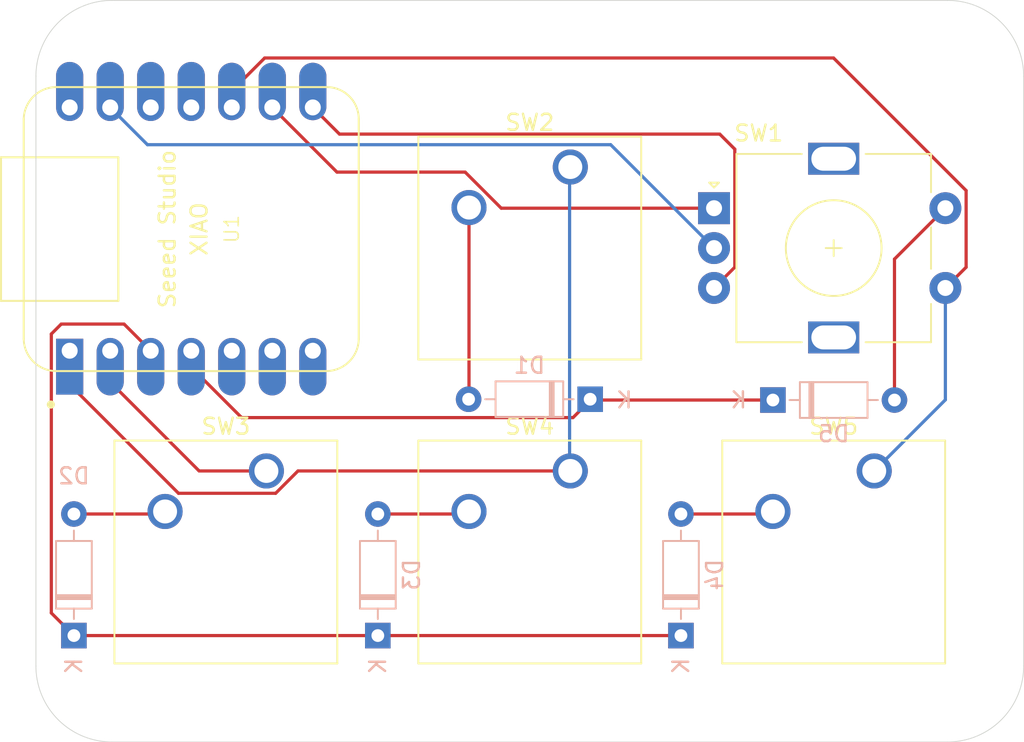
<source format=kicad_pcb>
(kicad_pcb (version 20240108) (generator "pcbnew") (generator_version "8.0")
  (layers (0 "F.Cu" signal) (31 "B.Cu" signal) (34 "B.Paste" user) (35 "F.Paste" user) (36 "B.SilkS" user "B.Silkscreen") (37 "F.SilkS" user "F.Silkscreen") (38 "B.Mask" user) (39 "F.Mask" user) (44 "Edge.Cuts" user))
  (net 0 "")
  (net 1 "GND")
  (net 2 "ROW0")
  (net 3 "Net-(D1-A)")
  (net 4 "ROW1")
  (net 5 "Net-(D2-A)")
  (net 7 "Net-(D3-A)")
  (net 8 "Net-(D4-A)")
  (net 9 "EC11SWA")
  (net 10 "VCC")
  (net 12 "EC11B")
  (net 13 "COL2")
  (net 14 "EC11A")
  (net 15 "COL0")
  (net 16 "COL1")
  (footprint "Button_Switch_Keyboard:SW_Cherry_MX_1.00u_PCB" (layer "F.Cu") (at 108.585 69.215)
    (property "Reference" "SW2" (at -2.54 -2.794 0) (layer "F.SilkS"))
    (property "Value" "SW_Push_45deg")
    (fp_line (start -9.525 -1.905) (end 4.445 -1.905) (stroke (width 0.12)) (layer "F.SilkS"))
    (fp_line (start -9.525 12.065) (end -9.525 -1.905) (stroke (width 0.12)) (layer "F.SilkS"))
    (fp_line (start 4.445 -1.905) (end 4.445 12.065) (stroke (width 0.12)) (layer "F.SilkS"))
    (fp_line (start 4.445 12.065) (end -9.525 12.065) (stroke (width 0.12)) (layer "F.SilkS"))
    (pad "" np_thru_hole circle (at -7.62 5.08) (size 1.7 1.7) (drill 1.7) (layers "*.Cu" "*.Mask"))
    (pad "" np_thru_hole circle (at -2.54 5.08) (size 4 4) (drill 4) (layers "*.Cu" "*.Mask"))
    (pad "" np_thru_hole circle (at 2.54 5.08) (size 1.7 1.7) (drill 1.7) (layers "*.Cu" "*.Mask"))
    (pad "1" thru_hole circle (at 0 0) (size 2.2 2.2) (drill 1.5) (layers "*.Cu" "*.Mask") (net 16 "COL1"))
    (pad "2" thru_hole circle (at -6.35 2.54) (size 2.2 2.2) (drill 1.5) (layers "*.Cu" "*.Mask") (net 3 "Net-(D1-A)"))
  )
  (footprint "Rotary_Encoder:RotaryEncoder_Alps_EC11E-Switch_Vertical_H20mm" (layer "F.Cu") (at 117.595 71.795)
    (property "Reference" "SW1" (at 2.8 -4.7 0) (layer "F.SilkS"))
    (property "Value" "RotaryEncoder_Switch")
    (fp_line (start -0.3 -1.6) (end 0.3 -1.6) (stroke (width 0.12)) (layer "F.SilkS"))
    (fp_line (start 0 -1.3) (end -0.3 -1.6) (stroke (width 0.12)) (layer "F.SilkS"))
    (fp_line (start 0.3 -1.6) (end 0 -1.3) (stroke (width 0.12)) (layer "F.SilkS"))
    (fp_line (start 1.4 -3.4) (end 1.4 8.4) (stroke (width 0.12)) (layer "F.SilkS"))
    (fp_line (start 5.5 -3.4) (end 1.4 -3.4) (stroke (width 0.12)) (layer "F.SilkS"))
    (fp_line (start 5.5 8.4) (end 1.4 8.4) (stroke (width 0.12)) (layer "F.SilkS"))
    (fp_line (start 7 2.5) (end 8 2.5) (stroke (width 0.12)) (layer "F.SilkS"))
    (fp_line (start 7.5 2) (end 7.5 3) (stroke (width 0.12)) (layer "F.SilkS"))
    (fp_line (start 9.5 -3.4) (end 13.6 -3.4) (stroke (width 0.12)) (layer "F.SilkS"))
    (fp_line (start 13.6 -3.4) (end 13.6 -1) (stroke (width 0.12)) (layer "F.SilkS"))
    (fp_line (start 13.6 1.2) (end 13.6 3.8) (stroke (width 0.12)) (layer "F.SilkS"))
    (fp_line (start 13.6 6) (end 13.6 8.4) (stroke (width 0.12)) (layer "F.SilkS"))
    (fp_line (start 13.6 8.4) (end 9.5 8.4) (stroke (width 0.12)) (layer "F.SilkS"))
    (fp_circle (center 7.5 2.5) (end 10.5 2.5) (stroke (width 0.12)) (fill none) (layer "F.SilkS"))
    (pad "A" thru_hole rect (at 0 0) (size 2 2) (drill 1) (layers "*.Cu" "*.Mask") (net 14 "EC11A"))
    (pad "B" thru_hole circle (at 0 5) (size 2 2) (drill 1) (layers "*.Cu" "*.Mask") (net 12 "EC11B"))
    (pad "C" thru_hole circle (at 0 2.5) (size 2 2) (drill 1) (layers "*.Cu" "*.Mask") (net 1 "GND"))
    (pad "MP" thru_hole rect (at 7.5 -3.1) (size 3.2 2) (drill oval 2.8 1.5) (layers "*.Cu" "*.Mask"))
    (pad "MP" thru_hole rect (at 7.5 8.1) (size 3.2 2) (drill oval 2.8 1.5) (layers "*.Cu" "*.Mask"))
    (pad "S1" thru_hole circle (at 14.5 5) (size 2 2) (drill 1) (layers "*.Cu" "*.Mask") (net 13 "COL2"))
    (pad "S2" thru_hole circle (at 14.5 0) (size 2 2) (drill 1) (layers "*.Cu" "*.Mask") (net 9 "EC11SWA"))
  )
  (footprint "Button_Switch_Keyboard:SW_Cherry_MX_1.00u_PCB" (layer "F.Cu") (at 89.535 88.265)
    (property "Reference" "SW3" (at -2.54 -2.794 0) (layer "F.SilkS"))
    (property "Value" "SW_Push_45deg")
    (fp_line (start -9.525 -1.905) (end 4.445 -1.905) (stroke (width 0.12)) (layer "F.SilkS"))
    (fp_line (start -9.525 12.065) (end -9.525 -1.905) (stroke (width 0.12)) (layer "F.SilkS"))
    (fp_line (start 4.445 -1.905) (end 4.445 12.065) (stroke (width 0.12)) (layer "F.SilkS"))
    (fp_line (start 4.445 12.065) (end -9.525 12.065) (stroke (width 0.12)) (layer "F.SilkS"))
    (pad "" np_thru_hole circle (at -7.62 5.08) (size 1.7 1.7) (drill 1.7) (layers "*.Cu" "*.Mask"))
    (pad "" np_thru_hole circle (at -2.54 5.08) (size 4 4) (drill 4) (layers "*.Cu" "*.Mask"))
    (pad "" np_thru_hole circle (at 2.54 5.08) (size 1.7 1.7) (drill 1.7) (layers "*.Cu" "*.Mask"))
    (pad "1" thru_hole circle (at 0 0) (size 2.2 2.2) (drill 1.5) (layers "*.Cu" "*.Mask") (net 15 "COL0"))
    (pad "2" thru_hole circle (at -6.35 2.54) (size 2.2 2.2) (drill 1.5) (layers "*.Cu" "*.Mask") (net 5 "Net-(D2-A)"))
  )
  (footprint "Button_Switch_Keyboard:SW_Cherry_MX_1.00u_PCB" (layer "F.Cu") (at 108.585 88.265)
    (property "Reference" "SW4" (at -2.54 -2.794 0) (layer "F.SilkS"))
    (property "Value" "SW_Push_45deg")
    (fp_line (start -9.525 -1.905) (end 4.445 -1.905) (stroke (width 0.12)) (layer "F.SilkS"))
    (fp_line (start -9.525 12.065) (end -9.525 -1.905) (stroke (width 0.12)) (layer "F.SilkS"))
    (fp_line (start 4.445 -1.905) (end 4.445 12.065) (stroke (width 0.12)) (layer "F.SilkS"))
    (fp_line (start 4.445 12.065) (end -9.525 12.065) (stroke (width 0.12)) (layer "F.SilkS"))
    (pad "" np_thru_hole circle (at -7.62 5.08) (size 1.7 1.7) (drill 1.7) (layers "*.Cu" "*.Mask"))
    (pad "" np_thru_hole circle (at -2.54 5.08) (size 4 4) (drill 4) (layers "*.Cu" "*.Mask"))
    (pad "" np_thru_hole circle (at 2.54 5.08) (size 1.7 1.7) (drill 1.7) (layers "*.Cu" "*.Mask"))
    (pad "1" thru_hole circle (at 0 0) (size 2.2 2.2) (drill 1.5) (layers "*.Cu" "*.Mask") (net 16 "COL1"))
    (pad "2" thru_hole circle (at -6.35 2.54) (size 2.2 2.2) (drill 1.5) (layers "*.Cu" "*.Mask") (net 7 "Net-(D3-A)"))
  )
  (footprint "Button_Switch_Keyboard:SW_Cherry_MX_1.00u_PCB" (layer "F.Cu") (at 127.635 88.265)
    (property "Reference" "SW5" (at -2.54 -2.794 0) (layer "F.SilkS"))
    (property "Value" "SW_Push_45deg")
    (fp_line (start -9.525 -1.905) (end 4.445 -1.905) (stroke (width 0.12)) (layer "F.SilkS"))
    (fp_line (start -9.525 12.065) (end -9.525 -1.905) (stroke (width 0.12)) (layer "F.SilkS"))
    (fp_line (start 4.445 -1.905) (end 4.445 12.065) (stroke (width 0.12)) (layer "F.SilkS"))
    (fp_line (start 4.445 12.065) (end -9.525 12.065) (stroke (width 0.12)) (layer "F.SilkS"))
    (pad "" np_thru_hole circle (at -7.62 5.08) (size 1.7 1.7) (drill 1.7) (layers "*.Cu" "*.Mask"))
    (pad "" np_thru_hole circle (at -2.54 5.08) (size 4 4) (drill 4) (layers "*.Cu" "*.Mask"))
    (pad "" np_thru_hole circle (at 2.54 5.08) (size 1.7 1.7) (drill 1.7) (layers "*.Cu" "*.Mask"))
    (pad "1" thru_hole circle (at 0 0) (size 2.2 2.2) (drill 1.5) (layers "*.Cu" "*.Mask") (net 13 "COL2"))
    (pad "2" thru_hole circle (at -6.35 2.54) (size 2.2 2.2) (drill 1.5) (layers "*.Cu" "*.Mask") (net 8 "Net-(D4-A)"))
  )
  (footprint "footprints:XIAO-Generic-Hybrid-14P-2.54-21X17.8MM" (layer "F.Cu") (at 84.824823 73.104382 90)
    (property "Reference" "U1" (at 0 2.54 90) (layer "F.SilkS") (effects (font (size 0.889 0.889) (thickness 0.1016))))
    (property "Value" "MOUDLE-SEEEDUINO-XIAO" (hide yes))
    (fp_line (start 4.5 -11.92403) (end 4.5 -4.57073) (stroke (width 0.127)) (layer "F.SilkS"))
    (fp_line (start -4.5 -11.92403) (end 4.5 -11.92403) (stroke (width 0.127)) (layer "F.SilkS"))
    (fp_line (start 6.9 -10.49909) (end -6.9 -10.49909) (stroke (width 0.127)) (layer "F.SilkS"))
    (fp_line (start -8.9 -8.5) (end -8.9 8.5) (stroke (width 0.127)) (layer "F.SilkS"))
    (fp_line (start 4.5 -4.57073) (end -4.5 -4.57073) (stroke (width 0.127)) (layer "F.SilkS"))
    (fp_line (start -4.5 -4.57073) (end -4.5 -11.92403) (stroke (width 0.127)) (layer "F.SilkS"))
    (fp_line (start 8.9 8.5) (end 8.9 -8.5) (stroke (width 0.127)) (layer "F.SilkS"))
    (fp_line (start -6.9 10.5) (end 6.9 10.5) (stroke (width 0.127)) (layer "F.SilkS"))
    (fp_arc (start 6.9 -10.5) (mid 8.301494 -9.901494) (end 8.9 -8.5) (stroke (width 0.12)) (layer "F.SilkS"))
    (fp_arc (start -8.9 -8.5) (mid -8.301491 -9.901491) (end -6.9 -10.5) (stroke (width 0.12)) (layer "F.SilkS"))
    (fp_arc (start 8.9 8.5) (mid 8.314214 9.914214) (end 6.9 10.5) (stroke (width 0.12)) (layer "F.SilkS"))
    (fp_arc (start -6.9 10.5) (mid -8.301423 9.901423) (end -8.9 8.5) (stroke (width 0.12)) (layer "F.SilkS"))
    (fp_circle (center -11 -8.8) (end -11 -9.054) (fill solid) (layer "F.SilkS"))
    (fp_poly (pts (xy -8.887715 -8.561705) (xy -8.884667 -8.610473) (xy -8.880603 -8.659494)) (stroke (width 0.0254)) (fill none) (layer "F.SilkS"))
    (fp_poly (pts (xy 8.889492 8.521574) (xy 8.887713 8.57085) (xy 8.884665 8.619618) (xy 8.880601 8.668639) (xy 8.875268 8.717407) (xy 8.868664 8.766175) (xy 8.861044 8.81469) (xy 8.852153 8.86295) (xy 8.842248 8.910955)) (stroke (width 0.0254)) (fill none) (layer "F.SilkS"))
    (fp_text user "XIAO" (at 0 0.5 90) (layer "F.SilkS"))
    (fp_text user "Seeed Studio" (at 0 -1.5 90) (layer "F.SilkS"))
    (pad "1" thru_hole rect (at -7.625 -7.62 90) (size 3.5 1.7) (drill 1 (offset -1 0)) (layers "*.Cu" "*.Mask") (net 16 "COL1"))
    (pad "2" thru_hole oval (at -7.625 -5.08 90) (size 3.6 1.7) (drill 1 (offset -1 0)) (layers "*.Cu" "*.Mask") (net 15 "COL0"))
    (pad "3" thru_hole oval (at -7.625 -2.54 90) (size 3.6 1.7) (drill 1 (offset -1 0)) (layers "*.Cu" "*.Mask") (net 4 "ROW1"))
    (pad "4" thru_hole oval (at -7.625 0 90) (size 3.6 1.7) (drill 1 (offset -1 0)) (layers "*.Cu" "*.Mask") (net 2 "ROW0"))
    (pad "5" thru_hole oval (at -7.625 2.54 90) (size 3.6 1.7) (drill 1 (offset -1 0)) (layers "*.Cu" "*.Mask"))
    (pad "6" thru_hole oval (at -7.625 5.08 270) (size 3.6 1.7) (drill 1 (offset 1 0)) (layers "*.Cu" "*.Mask"))
    (pad "7" thru_hole oval (at -7.625 7.62 90) (size 3.6 1.7) (drill 1 (offset -1 0)) (layers "*.Cu" "*.Mask"))
    (pad "8" thru_hole oval (at 7.625 7.62 90) (size 3.6 1.7) (drill 1 (offset 1 0)) (layers "*.Cu" "*.Mask") (net 12 "EC11B"))
    (pad "9" thru_hole oval (at 7.625 5.08 90) (size 3.6 1.7) (drill 1 (offset 1 0)) (layers "*.Cu" "*.Mask") (net 14 "EC11A"))
    (pad "10" thru_hole oval (at 7.625 2.54 90) (size 3.6 1.7) (drill 1 (offset 1 0)) (layers "*.Cu" "*.Mask") (net 13 "COL2"))
    (pad "11" thru_hole oval (at 7.625 0 90) (size 3.7 1.7) (drill 1 (offset 1 0)) (layers "*.Cu" "*.Mask"))
    (pad "12" thru_hole oval (at 7.625 -2.54 90) (size 3.7 1.7) (drill 1 (offset 1 0)) (layers "*.Cu" "*.Mask"))
    (pad "13" thru_hole oval (at 7.625 -5.08 90) (size 3.7 1.7) (drill 1 (offset 1 0)) (layers "*.Cu" "*.Mask") (net 1 "GND"))
    (pad "14" thru_hole oval (at 7.625 -7.62 90) (size 3.7 1.7) (drill 1 (offset 1 0)) (layers "*.Cu" "*.Mask") (net 10 "VCC"))
  )
  (footprint "Diode_THT:D_DO-35_SOD27_P7.62mm_Horizontal" (layer "B.Cu") (at 77.47 98.58375 90)
    (property "Reference" "D2" (at 10.00123 0.000016 0) (layer "B.SilkS") (effects (justify mirror)))
    (property "Value" "1N4148")
    (fp_line (start 5.93 -1.12) (end 1.69 -1.12) (stroke (width 0.12)) (layer "B.SilkS"))
    (fp_line (start 2.53 -1.12) (end 2.53 1.12) (stroke (width 0.12)) (layer "B.SilkS"))
    (fp_line (start 2.41 -1.12) (end 2.41 1.12) (stroke (width 0.12)) (layer "B.SilkS"))
    (fp_line (start 2.29 -1.12) (end 2.29 1.12) (stroke (width 0.12)) (layer "B.SilkS"))
    (fp_line (start 1.69 -1.12) (end 1.69 1.12) (stroke (width 0.12)) (layer "B.SilkS"))
    (fp_line (start 5.93 0) (end 6.58 0) (stroke (width 0.12)) (layer "B.SilkS"))
    (fp_line (start 1.69 0) (end 1.04 0) (stroke (width 0.12)) (layer "B.SilkS"))
    (fp_line (start 5.93 1.12) (end 5.93 -1.12) (stroke (width 0.12)) (layer "B.SilkS"))
    (fp_line (start 1.69 1.12) (end 5.93 1.12) (stroke (width 0.12)) (layer "B.SilkS"))
    (fp_text user "K" (at -1.90503 0.000016 90) (layer "B.SilkS") (effects (justify mirror)))
    (pad "1" thru_hole rect (at 0 0 90) (size 1.6 1.6) (drill 0.8) (layers "*.Cu" "*.Mask") (net 4 "ROW1"))
    (pad "2" thru_hole oval (at 7.62 0 90) (size 1.6 1.6) (drill 0.8) (layers "*.Cu" "*.Mask") (net 5 "Net-(D2-A)"))
  )
  (footprint "Diode_THT:D_DO-35_SOD27_P7.62mm_Horizontal" (layer "B.Cu") (at 96.52 98.58375 90)
    (property "Reference" "D3" (at 3.81 2.12 90) (layer "B.SilkS") (effects (justify mirror)))
    (property "Value" "1N4148")
    (fp_line (start 5.93 -1.12) (end 1.69 -1.12) (stroke (width 0.12)) (layer "B.SilkS"))
    (fp_line (start 2.53 -1.12) (end 2.53 1.12) (stroke (width 0.12)) (layer "B.SilkS"))
    (fp_line (start 2.41 -1.12) (end 2.41 1.12) (stroke (width 0.12)) (layer "B.SilkS"))
    (fp_line (start 2.29 -1.12) (end 2.29 1.12) (stroke (width 0.12)) (layer "B.SilkS"))
    (fp_line (start 1.69 -1.12) (end 1.69 1.12) (stroke (width 0.12)) (layer "B.SilkS"))
    (fp_line (start 5.93 0) (end 6.58 0) (stroke (width 0.12)) (layer "B.SilkS"))
    (fp_line (start 1.69 0) (end 1.04 0) (stroke (width 0.12)) (layer "B.SilkS"))
    (fp_line (start 5.93 1.12) (end 5.93 -1.12) (stroke (width 0.12)) (layer "B.SilkS"))
    (fp_line (start 1.69 1.12) (end 5.93 1.12) (stroke (width 0.12)) (layer "B.SilkS"))
    (fp_text user "K" (at -1.90503 0 90) (layer "B.SilkS") (effects (justify mirror)))
    (pad "1" thru_hole rect (at 0 0 90) (size 1.6 1.6) (drill 0.8) (layers "*.Cu" "*.Mask") (net 4 "ROW1"))
    (pad "2" thru_hole oval (at 7.62 0 90) (size 1.6 1.6) (drill 0.8) (layers "*.Cu" "*.Mask") (net 7 "Net-(D3-A)"))
  )
  (footprint "Diode_THT:D_DO-35_SOD27_P7.62mm_Horizontal" (layer "B.Cu") (at 109.83 83.77 180)
    (property "Reference" "D1" (at 3.81 2.12 0) (layer "B.SilkS") (effects (justify mirror)))
    (property "Value" "1N4148")
    (fp_line (start 5.93 1.12) (end 5.93 -1.12) (stroke (width 0.12)) (layer "B.SilkS"))
    (fp_line (start 5.93 0) (end 6.58 0) (stroke (width 0.12)) (layer "B.SilkS"))
    (fp_line (start 5.93 -1.12) (end 1.69 -1.12) (stroke (width 0.12)) (layer "B.SilkS"))
    (fp_line (start 2.53 -1.12) (end 2.53 1.12) (stroke (width 0.12)) (layer "B.SilkS"))
    (fp_line (start 2.41 -1.12) (end 2.41 1.12) (stroke (width 0.12)) (layer "B.SilkS"))
    (fp_line (start 2.29 -1.12) (end 2.29 1.12) (stroke (width 0.12)) (layer "B.SilkS"))
    (fp_line (start 1.69 1.12) (end 5.93 1.12) (stroke (width 0.12)) (layer "B.SilkS"))
    (fp_line (start 1.69 0) (end 1.04 0) (stroke (width 0.12)) (layer "B.SilkS"))
    (fp_line (start 1.69 -1.12) (end 1.69 1.12) (stroke (width 0.12)) (layer "B.SilkS"))
    (fp_text user "K" (at -2.143138 -0.051895 0) (layer "B.SilkS") (effects (justify mirror)))
    (pad "1" thru_hole rect (at 0 0 180) (size 1.6 1.6) (drill 0.8) (layers "*.Cu" "*.Mask") (net 2 "ROW0"))
    (pad "2" thru_hole oval (at 7.62 0 180) (size 1.6 1.6) (drill 0.8) (layers "*.Cu" "*.Mask") (net 3 "Net-(D1-A)"))
  )
  (footprint "Diode_THT:D_DO-35_SOD27_P7.62mm_Horizontal" (layer "B.Cu") (at 115.52 98.58375 90)
    (property "Reference" "D4" (at 3.81 2.12 90) (layer "B.SilkS") (effects (justify mirror)))
    (property "Value" "1N4148")
    (fp_line (start 5.93 -1.12) (end 1.69 -1.12) (stroke (width 0.12)) (layer "B.SilkS"))
    (fp_line (start 2.53 -1.12) (end 2.53 1.12) (stroke (width 0.12)) (layer "B.SilkS"))
    (fp_line (start 2.41 -1.12) (end 2.41 1.12) (stroke (width 0.12)) (layer "B.SilkS"))
    (fp_line (start 2.29 -1.12) (end 2.29 1.12) (stroke (width 0.12)) (layer "B.SilkS"))
    (fp_line (start 1.69 -1.12) (end 1.69 1.12) (stroke (width 0.12)) (layer "B.SilkS"))
    (fp_line (start 5.93 0) (end 6.58 0) (stroke (width 0.12)) (layer "B.SilkS"))
    (fp_line (start 1.69 0) (end 1.04 0) (stroke (width 0.12)) (layer "B.SilkS"))
    (fp_line (start 5.93 1.12) (end 5.93 -1.12) (stroke (width 0.12)) (layer "B.SilkS"))
    (fp_line (start 1.69 1.12) (end 5.93 1.12) (stroke (width 0.12)) (layer "B.SilkS"))
    (fp_text user "K" (at -1.90503 -0.000016 90) (layer "B.SilkS") (effects (justify mirror)))
    (pad "1" thru_hole rect (at 0 0 90) (size 1.6 1.6) (drill 0.8) (layers "*.Cu" "*.Mask") (net 4 "ROW1"))
    (pad "2" thru_hole oval (at 7.62 0 90) (size 1.6 1.6) (drill 0.8) (layers "*.Cu" "*.Mask") (net 8 "Net-(D4-A)"))
  )
  (footprint "Diode_THT:D_DO-35_SOD27_P7.62mm_Horizontal" (layer "B.Cu") (at 121.285 83.82)
    (property "Reference" "D5" (at 3.81 2.12 0) (layer "B.SilkS") (effects (justify mirror)))
    (property "Value" "1N4148")
    (fp_line (start 1.69 -1.12) (end 1.69 1.12) (stroke (width 0.12)) (layer "B.SilkS"))
    (fp_line (start 1.69 0) (end 1.04 0) (stroke (width 0.12)) (layer "B.SilkS"))
    (fp_line (start 1.69 1.12) (end 5.93 1.12) (stroke (width 0.12)) (layer "B.SilkS"))
    (fp_line (start 2.29 -1.12) (end 2.29 1.12) (stroke (width 0.12)) (layer "B.SilkS"))
    (fp_line (start 2.41 -1.12) (end 2.41 1.12) (stroke (width 0.12)) (layer "B.SilkS"))
    (fp_line (start 2.53 -1.12) (end 2.53 1.12) (stroke (width 0.12)) (layer "B.SilkS"))
    (fp_line (start 5.93 -1.12) (end 1.69 -1.12) (stroke (width 0.12)) (layer "B.SilkS"))
    (fp_line (start 5.93 0) (end 6.58 0) (stroke (width 0.12)) (layer "B.SilkS"))
    (fp_line (start 5.93 1.12) (end 5.93 -1.12) (stroke (width 0.12)) (layer "B.SilkS"))
    (fp_text user "K" (at -2.143106 -0.000016 0) (layer "B.SilkS") (effects (justify mirror)))
    (pad "1" thru_hole rect (at 0 0) (size 1.6 1.6) (drill 0.8) (layers "*.Cu" "*.Mask") (net 2 "ROW0"))
    (pad "2" thru_hole oval (at 7.62 0) (size 1.6 1.6) (drill 0.8) (layers "*.Cu" "*.Mask") (net 9 "EC11SWA"))
  )
  (gr_line (start 132.23875 105.25125) (end 79.85125 105.25125) (stroke (width 0.05)) (layer "Edge.Cuts"))
  (gr_line (start 137.00125 100.48875) (end 137.00125 63.5325) (stroke (width 0.05)) (layer "Edge.Cuts"))
  (gr_line (start 132.23875 58.77) (end 79.85125 58.77) (stroke (width 0.05)) (layer "Edge.Cuts"))
  (gr_line (start 75.08875 100.48875) (end 75.08875 63.5325) (stroke (width 0.05)) (layer "Edge.Cuts"))
  (gr_arc (start 132.23875 58.77) (mid 135.606331 60.164919) (end 137.00125 63.5325) (stroke (width 0.05)) (layer "Edge.Cuts"))
  (gr_arc (start 79.85125 105.25125) (mid 76.483654 103.856346) (end 75.08875 100.48875) (stroke (width 0.05)) (layer "Edge.Cuts"))
  (gr_arc (start 137.00125 100.48875) (mid 135.606346 103.856346) (end 132.23875 105.25125) (stroke (width 0.05)) (layer "Edge.Cuts"))
  (gr_arc (start 75.08875 63.5325) (mid 76.483654 60.164904) (end 79.85125 58.77) (stroke (width 0.05)) (layer "Edge.Cuts"))
  (segment (start 117.595 74.295) (end 111.115 67.815) (width 0.2) (layer "B.Cu") (net 1))
  (segment (start 82.080441 67.815) (end 79.744823 65.479382) (width 0.2) (layer "B.Cu") (net 1))
  (segment (start 79.744823 65.479382) (end 79.744823 64.393036) (width 0.2) (layer "B.Cu") (net 1))
  (segment (start 111.115 67.815) (end 82.080441 67.815) (width 0.2) (layer "B.Cu") (net 1))
  (segment (start 109.855 83.82) (end 121.285 83.82) (width 0.2) (layer "F.Cu") (net 2))
  (segment (start 87.979095 84.92) (end 84.824823 81.765728) (width 0.2) (layer "F.Cu") (net 2))
  (segment (start 84.824823 81.765728) (end 84.824823 80.729382) (width 0.2) (layer "F.Cu") (net 2))
  (segment (start 108.755 84.92) (end 87.979095 84.92) (width 0.2) (layer "F.Cu") (net 2))
  (segment (start 109.855 83.82) (end 108.755 84.92) (width 0.2) (layer "F.Cu") (net 2))
  (segment (start 102.235 71.755) (end 102.235 83.82) (width 0.2) (layer "F.Cu") (net 3))
  (segment (start 76.054823 97.168573) (end 76.054823 79.679382) (width 0.2) (layer "F.Cu") (net 4))
  (segment (start 77.47 98.58375) (end 76.054823 97.168573) (width 0.2) (layer "F.Cu") (net 4))
  (segment (start 80.612953 79.057512) (end 82.284823 80.729382) (width 0.2) (layer "F.Cu") (net 4))
  (segment (start 76.054823 79.679382) (end 76.676693 79.057512) (width 0.2) (layer "F.Cu") (net 4))
  (segment (start 76.676693 79.057512) (end 80.612953 79.057512) (width 0.2) (layer "F.Cu") (net 4))
  (segment (start 77.47 98.58375) (end 115.57 98.58375) (width 0.2) (layer "F.Cu") (net 4))
  (segment (start 77.47 90.96375) (end 83.02625 90.96375) (width 0.2) (layer "F.Cu") (net 5))
  (segment (start 83.02625 90.96375) (end 83.185 90.805) (width 0.2) (layer "F.Cu") (net 5))
  (segment (start 96.52 90.96375) (end 102.07625 90.96375) (width 0.2) (layer "F.Cu") (net 7))
  (segment (start 102.07625 90.96375) (end 102.235 90.805) (width 0.2) (layer "F.Cu") (net 7))
  (segment (start 115.57 90.96375) (end 121.12625 90.96375) (width 0.2) (layer "F.Cu") (net 8))
  (segment (start 121.12625 90.96375) (end 121.285 90.805) (width 0.2) (layer "F.Cu") (net 8))
  (segment (start 128.905 74.985) (end 132.095 71.795) (width 0.2) (layer "F.Cu") (net 9))
  (segment (start 128.905 83.82) (end 128.905 74.985) (width 0.2) (layer "F.Cu") (net 9))
  (segment (start 77.204823 64.393036) (end 77.204823 65.479382) (width 0.2) (layer "F.Cu") (net 10))
  (segment (start 94.116691 67.15125) (end 92.444823 65.479382) (width 0.2) (layer "F.Cu") (net 12))
  (segment (start 117.595 76.795) (end 118.895 75.495) (width 0.2) (layer "F.Cu") (net 12))
  (segment (start 117.95125 67.15125) (end 94.116691 67.15125) (width 0.2) (layer "F.Cu") (net 12))
  (segment (start 118.895 68.095) (end 117.95125 67.15125) (width 0.2) (layer "F.Cu") (net 12))
  (segment (start 118.895 75.495) (end 118.895 68.095) (width 0.2) (layer "F.Cu") (net 12))
  (segment (start 87.364823 64.443036) (end 87.364823 65.479382) (width 0.2) (layer "F.Cu") (net 13))
  (segment (start 89.428477 62.379382) (end 87.364823 64.443036) (width 0.2) (layer "F.Cu") (net 13))
  (segment (start 133.395 70.68875) (end 125.085632 62.379382) (width 0.2) (layer "F.Cu") (net 13))
  (segment (start 125.085632 62.379382) (end 89.428477 62.379382) (width 0.2) (layer "F.Cu") (net 13))
  (segment (start 133.395 75.495) (end 133.395 70.68875) (width 0.2) (layer "F.Cu") (net 13))
  (segment (start 132.095 76.795) (end 133.395 75.495) (width 0.2) (layer "F.Cu") (net 13))
  (segment (start 132.095 83.805) (end 127.635 88.265) (width 0.2) (layer "B.Cu") (net 13))
  (segment (start 132.095 76.795) (end 132.095 83.805) (width 0.2) (layer "B.Cu") (net 13))
  (segment (start 101.992399 69.5325) (end 93.957941 69.5325) (width 0.2) (layer "F.Cu") (net 14))
  (segment (start 93.957941 69.5325) (end 89.904823 65.479382) (width 0.2) (layer "F.Cu") (net 14))
  (segment (start 117.595 71.795) (end 104.254899 71.795) (width 0.2) (layer "F.Cu") (net 14))
  (segment (start 104.254899 71.795) (end 101.992399 69.5325) (width 0.2) (layer "F.Cu") (net 14))
  (segment (start 79.744823 82.691169) (end 85.318654 88.265) (width 0.2) (layer "F.Cu") (net 15))
  (segment (start 79.744823 80.729382) (end 79.744823 82.691169) (width 0.2) (layer "F.Cu") (net 15))
  (segment (start 85.318654 88.265) (end 89.535 88.265) (width 0.2) (layer "F.Cu") (net 15))
  (segment (start 90.114899 89.665) (end 84.024899 89.665) (width 0.2) (layer "F.Cu") (net 16))
  (segment (start 77.204823 80.729382) (end 77.204823 82.844923) (width 0.2) (layer "F.Cu") (net 16))
  (segment (start 108.585 88.265) (end 91.514899 88.265) (width 0.2) (layer "F.Cu") (net 16))
  (segment (start 91.514899 88.265) (end 90.114899 89.665) (width 0.2) (layer "F.Cu") (net 16))
  (segment (start 77.204823 82.844923) (end 77.82495 83.46505) (width 0.2) (layer "F.Cu") (net 16))
  (segment (start 77.82495 83.46505) (end 77.47 83.110101) (width 0.2) (layer "F.Cu") (net 16))
  (segment (start 84.024899 89.665) (end 77.82495 83.46505) (width 0.2) (layer "F.Cu") (net 16))
  (segment (start 108.54 69.26) (end 108.54 88.22) (width 0.2) (layer "B.Cu") (net 16))
  (segment (start 108.54 88.22) (end 108.585 88.265) (width 0.2) (layer "B.Cu") (net 16))
  (segment (start 108.585 69.215) (end 108.54 69.26) (width 0.2) (layer "B.Cu") (net 16))
)
</source>
